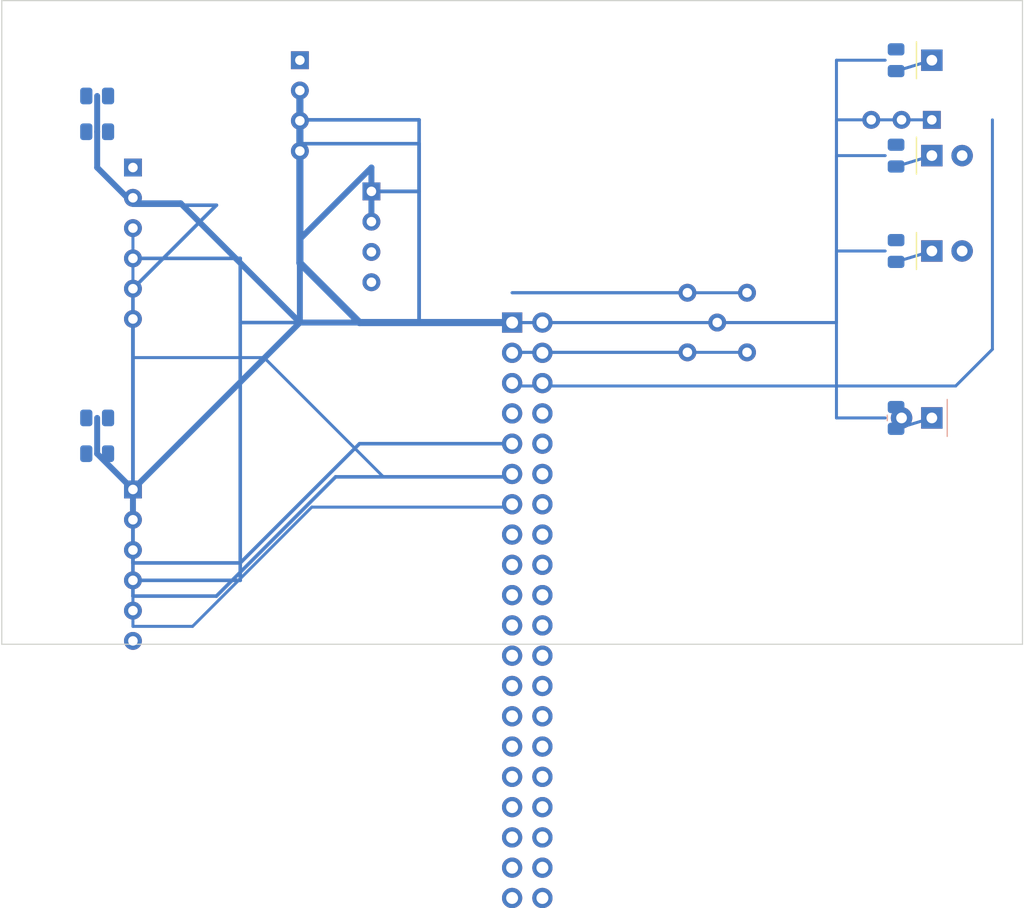
<source format=kicad_pcb>
(kicad_pcb (version 20221018) (generator pcbnew)
  (title_block (title "PwnZero - Complete PCB") (date "2026-01-18") (rev "1.0"))
  (net 0 "")
  (net 1 "GND")
  (net 2 "+3V3")
  (net 3 "+5V")
  (net 4 "I2C_SDA")
  (net 5 "I2C_SCL")
  (net 6 "SPI_MOSI")
  (net 7 "SPI_MISO")
  (net 8 "SPI_SCLK")
  (net 9 "CC1101_TX_CS")
  (net 10 "CC1101_RX_CS")
  (net 11 "GPIO17_IR_TX")
  (net 12 "GPIO27_IR_RX")
  (net 13 "GPIO12_LED_RED")
  (net 14 "GPIO16_LED_YELLOW")
  (net 15 "GPIO20_LED_GREEN")
  (net 16 "GPIO5_JOY_UP")
  (net 17 "GPIO6_JOY_DOWN")
  (net 18 "GPIO13_JOY_LEFT")
  (net 19 "GPIO19_JOY_RIGHT")
  (net 20 "GPIO26_JOY_CENTER")
  (net 21 "LED_IR_ANODE")
  (net 22 "LED_RED_ANODE")
  (net 23 "LED_YELLOW_ANODE")
  (net 24 "LED_GREEN_ANODE")
  (gr_line (start 0 0) (end 85.6 0) (stroke (width 0.1)) (layer "Edge.Cuts"))
  (gr_line (start 85.6 0) (end 85.6 53.98) (stroke (width 0.1)) (layer "Edge.Cuts"))
  (gr_line (start 85.6 53.98) (end 0 53.98) (stroke (width 0.1)) (layer "Edge.Cuts"))
  (gr_line (start 0 53.98) (end 0 0) (stroke (width 0.1)) (layer "Edge.Cuts"))
  (footprint "MountingHole:MountingHole_2.7mm_M2.5" (layer "F.Cu") (at 5 5)
    (fp_text reference "H1" hide)
    (fp_text value "MountingHole")
    (pad "" np_thru_hole circle (at 0 0) (size 2.7 2.7) (drill 2.7) (layers "*.Cu" "*.Mask"))
  )
  (footprint "MountingHole:MountingHole_2.7mm_M2.5" (layer "F.Cu") (at 80.6 5)
    (fp_text reference "H2" hide)
    (fp_text value "MountingHole")
    (pad "" np_thru_hole circle (at 0 0) (size 2.7 2.7) (drill 2.7) (layers "*.Cu" "*.Mask"))
  )
  (footprint "MountingHole:MountingHole_2.7mm_M2.5" (layer "F.Cu") (at 5 48.98)
    (fp_text reference "H3" hide)
    (fp_text value "MountingHole")
    (pad "" np_thru_hole circle (at 0 0) (size 2.7 2.7) (drill 2.7) (layers "*.Cu" "*.Mask"))
  )
  (footprint "MountingHole:MountingHole_2.7mm_M2.5" (layer "F.Cu") (at 80.6 48.98)
    (fp_text reference "H4" hide)
    (fp_text value "MountingHole")
    (pad "" np_thru_hole circle (at 0 0) (size 2.7 2.7) (drill 2.7) (layers "*.Cu" "*.Mask"))
  )
  (footprint "Resistor_SMD:R_0805_2012Metric" (layer "B.Cu") (at 75 35 90)
    (property "Reference" "R1" (at 0 -1.65 90) (layer "B.SilkS") (effects (justify mirror)))
    (property "Value" "330")
    (fp_line (start -0.227064 0.735) (end 0.227064 0.735) (stroke (width 0.12)) (layer "B.SilkS"))
    (fp_line (start -0.227064 -0.735) (end 0.227064 -0.735) (stroke (width 0.12)) (layer "B.SilkS"))
    (pad "1" smd roundrect (at -0.9125 0 90) (size 1.025 1.4) (layers "B.Cu" "B.Paste" "B.Mask") (roundrect_rratio 0.243902) (net 11 "GPIO17_IR_TX"))
    (pad "2" smd roundrect (at 0.9125 0 90) (size 1.025 1.4) (layers "B.Cu" "B.Paste" "B.Mask") (roundrect_rratio 0.243902) (net 21 "LED_IR_ANODE"))
  )
  (footprint "Resistor_SMD:R_0805_2012Metric" (layer "B.Cu") (at 75 5 90)
    (property "Reference" "R2" (at 0 -1.65 90) (layer "B.SilkS") (effects (justify mirror)))
    (property "Value" "330")
    (pad "1" smd roundrect (at -0.9125 0 90) (size 1.025 1.4) (layers "B.Cu" "B.Paste" "B.Mask") (roundrect_rratio 0.243902) (net 13 "GPIO12_LED_RED"))
    (pad "2" smd roundrect (at 0.9125 0 90) (size 1.025 1.4) (layers "B.Cu" "B.Paste" "B.Mask") (roundrect_rratio 0.243902) (net 22 "LED_RED_ANODE"))
  )
  (footprint "Resistor_SMD:R_0805_2012Metric" (layer "B.Cu") (at 75 13 90)
    (property "Reference" "R3" (at 0 -1.65 90) (layer "B.SilkS") (effects (justify mirror)))
    (property "Value" "330")
    (pad "1" smd roundrect (at -0.9125 0 90) (size 1.025 1.4) (layers "B.Cu" "B.Paste" "B.Mask") (roundrect_rratio 0.243902) (net 14 "GPIO16_LED_YELLOW"))
    (pad "2" smd roundrect (at 0.9125 0 90) (size 1.025 1.4) (layers "B.Cu" "B.Paste" "B.Mask") (roundrect_rratio 0.243902) (net 23 "LED_YELLOW_ANODE"))
  )
  (footprint "Resistor_SMD:R_0805_2012Metric" (layer "B.Cu") (at 75 21 90)
    (property "Reference" "R4" (at 0 -1.65 90) (layer "B.SilkS") (effects (justify mirror)))
    (property "Value" "330")
    (pad "1" smd roundrect (at -0.9125 0 90) (size 1.025 1.4) (layers "B.Cu" "B.Paste" "B.Mask") (roundrect_rratio 0.243902) (net 15 "GPIO20_LED_GREEN"))
    (pad "2" smd roundrect (at 0.9125 0 90) (size 1.025 1.4) (layers "B.Cu" "B.Paste" "B.Mask") (roundrect_rratio 0.243902) (net 24 "LED_GREEN_ANODE"))
  )
  (footprint "Capacitor_SMD:C_0805_2012Metric" (layer "B.Cu") (at 8 11)
    (property "Reference" "C1" (at 0 -1.68) (layer "B.SilkS") (effects (justify mirror)))
    (property "Value" "10uF")
    (pad "1" smd roundrect (at -0.9125 0) (size 1.025 1.4) (layers "B.Cu" "B.Paste" "B.Mask") (roundrect_rratio 0.243902) (net 2 "+3V3"))
    (pad "2" smd roundrect (at 0.9125 0) (size 1.025 1.4) (layers "B.Cu" "B.Paste" "B.Mask") (roundrect_rratio 0.243902) (net 1 "GND"))
  )
  (footprint "Capacitor_SMD:C_0805_2012Metric" (layer "B.Cu") (at 8 8)
    (property "Reference" "C2" (at 0 -1.68) (layer "B.SilkS") (effects (justify mirror)))
    (property "Value" "100nF")
    (pad "1" smd roundrect (at -0.9125 0) (size 1.025 1.4) (layers "B.Cu" "B.Paste" "B.Mask") (roundrect_rratio 0.243902) (net 2 "+3V3"))
    (pad "2" smd roundrect (at 0.9125 0) (size 1.025 1.4) (layers "B.Cu" "B.Paste" "B.Mask") (roundrect_rratio 0.243902) (net 1 "GND"))
  )
  (footprint "Capacitor_SMD:C_0805_2012Metric" (layer "B.Cu") (at 8 38)
    (property "Reference" "C3" (at 0 -1.68) (layer "B.SilkS") (effects (justify mirror)))
    (property "Value" "10uF")
    (pad "1" smd roundrect (at -0.9125 0) (size 1.025 1.4) (layers "B.Cu" "B.Paste" "B.Mask") (roundrect_rratio 0.243902) (net 2 "+3V3"))
    (pad "2" smd roundrect (at 0.9125 0) (size 1.025 1.4) (layers "B.Cu" "B.Paste" "B.Mask") (roundrect_rratio 0.243902) (net 1 "GND"))
  )
  (footprint "Capacitor_SMD:C_0805_2012Metric" (layer "B.Cu") (at 8 35)
    (property "Reference" "C4" (at 0 -1.68) (layer "B.SilkS") (effects (justify mirror)))
    (property "Value" "100nF")
    (pad "1" smd roundrect (at -0.9125 0) (size 1.025 1.4) (layers "B.Cu" "B.Paste" "B.Mask") (roundrect_rratio 0.243902) (net 2 "+3V3"))
    (pad "2" smd roundrect (at 0.9125 0) (size 1.025 1.4) (layers "B.Cu" "B.Paste" "B.Mask") (roundrect_rratio 0.243902) (net 1 "GND"))
  )
  (footprint "Connector_PinHeader_2.54mm:PinHeader_2x20_P2.54mm_Vertical" (layer "B.Cu") (at 42.8 27)
    (property "Reference" "J1" (at 0 2.5) (layer "B.SilkS") (effects (justify mirror)))
    (property "Value" "RPi_GPIO")
    (pad "1" thru_hole rect (at 0 0) (size 1.7 1.7) (drill 1) (layers "*.Cu" "*.Mask") (net 2 "+3V3"))
    (pad "2" thru_hole oval (at 2.54 0) (size 1.7 1.7) (drill 1) (layers "*.Cu" "*.Mask") (net 3 "+5V"))
    (pad "3" thru_hole oval (at 0 2.54) (size 1.7 1.7) (drill 1) (layers "*.Cu" "*.Mask") (net 4 "I2C_SDA"))
    (pad "4" thru_hole oval (at 2.54 2.54) (size 1.7 1.7) (drill 1) (layers "*.Cu" "*.Mask") (net 3 "+5V"))
    (pad "5" thru_hole oval (at 0 5.08) (size 1.7 1.7) (drill 1) (layers "*.Cu" "*.Mask") (net 5 "I2C_SCL"))
    (pad "6" thru_hole oval (at 2.54 5.08) (size 1.7 1.7) (drill 1) (layers "*.Cu" "*.Mask") (net 1 "GND"))
    (pad "7" thru_hole oval (at 0 7.62) (size 1.7 1.7) (drill 1) (layers "*.Cu" "*.Mask") (net 10 "CC1101_RX_CS"))
    (pad "8" thru_hole oval (at 2.54 7.62) (size 1.7 1.7) (drill 1) (layers "*.Cu" "*.Mask") (net 9 "CC1101_TX_CS"))
    (pad "9" thru_hole oval (at 0 10.16) (size 1.7 1.7) (drill 1) (layers "*.Cu" "*.Mask") (net 7 "SPI_MISO"))
    (pad "10" thru_hole oval (at 2.54 10.16) (size 1.7 1.7) (drill 1) (layers "*.Cu" "*.Mask") (net 6 "SPI_MOSI"))
    (pad "11" thru_hole oval (at 0 12.7) (size 1.7 1.7) (drill 1) (layers "*.Cu" "*.Mask") (net 11 "GPIO17_IR_TX"))
    (pad "12" thru_hole oval (at 2.54 12.7) (size 1.7 1.7) (drill 1) (layers "*.Cu" "*.Mask") (net 1 "GND"))
    (pad "13" thru_hole oval (at 0 15.24) (size 1.7 1.7) (drill 1) (layers "*.Cu" "*.Mask") (net 12 "GPIO27_IR_RX"))
    (pad "14" thru_hole oval (at 2.54 15.24) (size 1.7 1.7) (drill 1) (layers "*.Cu" "*.Mask") (net 1 "GND"))
    (pad "15" thru_hole oval (at 0 17.78) (size 1.7 1.7) (drill 1) (layers "*.Cu" "*.Mask") (net 1 "GND"))
    (pad "16" thru_hole oval (at 2.54 17.78) (size 1.7 1.7) (drill 1) (layers "*.Cu" "*.Mask") (net 1 "GND"))
    (pad "17" thru_hole oval (at 0 20.32) (size 1.7 1.7) (drill 1) (layers "*.Cu" "*.Mask") (net 2 "+3V3"))
    (pad "18" thru_hole oval (at 2.54 20.32) (size 1.7 1.7) (drill 1) (layers "*.Cu" "*.Mask") (net 1 "GND"))
    (pad "19" thru_hole oval (at 0 22.86) (size 1.7 1.7) (drill 1) (layers "*.Cu" "*.Mask") (net 6 "SPI_MOSI"))
    (pad "20" thru_hole oval (at 2.54 22.86) (size 1.7 1.7) (drill 1) (layers "*.Cu" "*.Mask") (net 1 "GND"))
    (pad "21" thru_hole oval (at 0 25.4) (size 1.7 1.7) (drill 1) (layers "*.Cu" "*.Mask") (net 7 "SPI_MISO"))
    (pad "22" thru_hole oval (at 2.54 25.4) (size 1.7 1.7) (drill 1) (layers "*.Cu" "*.Mask") (net 1 "GND"))
    (pad "23" thru_hole oval (at 0 27.94) (size 1.7 1.7) (drill 1) (layers "*.Cu" "*.Mask") (net 8 "SPI_SCLK"))
    (pad "24" thru_hole oval (at 2.54 27.94) (size 1.7 1.7) (drill 1) (layers "*.Cu" "*.Mask") (net 9 "CC1101_TX_CS"))
    (pad "25" thru_hole oval (at 0 30.48) (size 1.7 1.7) (drill 1) (layers "*.Cu" "*.Mask") (net 1 "GND"))
    (pad "26" thru_hole oval (at 2.54 30.48) (size 1.7 1.7) (drill 1) (layers "*.Cu" "*.Mask") (net 10 "CC1101_RX_CS"))
    (pad "27" thru_hole oval (at 0 33.02) (size 1.7 1.7) (drill 1) (layers "*.Cu" "*.Mask") (net 1 "GND"))
    (pad "28" thru_hole oval (at 2.54 33.02) (size 1.7 1.7) (drill 1) (layers "*.Cu" "*.Mask") (net 1 "GND"))
    (pad "29" thru_hole oval (at 0 35.56) (size 1.7 1.7) (drill 1) (layers "*.Cu" "*.Mask") (net 16 "GPIO5_JOY_UP"))
    (pad "30" thru_hole oval (at 2.54 35.56) (size 1.7 1.7) (drill 1) (layers "*.Cu" "*.Mask") (net 1 "GND"))
    (pad "31" thru_hole oval (at 0 38.1) (size 1.7 1.7) (drill 1) (layers "*.Cu" "*.Mask") (net 17 "GPIO6_JOY_DOWN"))
    (pad "32" thru_hole oval (at 2.54 38.1) (size 1.7 1.7) (drill 1) (layers "*.Cu" "*.Mask") (net 13 "GPIO12_LED_RED"))
    (pad "33" thru_hole oval (at 0 40.64) (size 1.7 1.7) (drill 1) (layers "*.Cu" "*.Mask") (net 18 "GPIO13_JOY_LEFT"))
    (pad "34" thru_hole oval (at 2.54 40.64) (size 1.7 1.7) (drill 1) (layers "*.Cu" "*.Mask") (net 1 "GND"))
    (pad "35" thru_hole oval (at 0 43.18) (size 1.7 1.7) (drill 1) (layers "*.Cu" "*.Mask") (net 19 "GPIO19_JOY_RIGHT"))
    (pad "36" thru_hole oval (at 2.54 43.18) (size 1.7 1.7) (drill 1) (layers "*.Cu" "*.Mask") (net 14 "GPIO16_LED_YELLOW"))
    (pad "37" thru_hole oval (at 0 45.72) (size 1.7 1.7) (drill 1) (layers "*.Cu" "*.Mask") (net 20 "GPIO26_JOY_CENTER"))
    (pad "38" thru_hole oval (at 2.54 45.72) (size 1.7 1.7) (drill 1) (layers "*.Cu" "*.Mask") (net 15 "GPIO20_LED_GREEN"))
    (pad "39" thru_hole oval (at 0 48.26) (size 1.7 1.7) (drill 1) (layers "*.Cu" "*.Mask") (net 1 "GND"))
    (pad "40" thru_hole oval (at 2.54 48.26) (size 1.7 1.7) (drill 1) (layers "*.Cu" "*.Mask") (net 1 "GND"))
  )
  (footprint "RF_Module:CC1101_Module" (layer "B.Cu") (at 11 14)
    (property "Reference" "U2" (at 0 -10) (layer "B.SilkS") (effects (justify mirror)))
    (property "Value" "CC1101_TX")
    (pad "1" thru_hole rect (at 0 0) (size 1.5 1.5) (drill 0.8) (layers "*.Cu" "*.Mask") (net 1 "GND"))
    (pad "2" thru_hole circle (at 0 2.54) (size 1.5 1.5) (drill 0.8) (layers "*.Cu" "*.Mask") (net 2 "+3V3"))
    (pad "3" thru_hole circle (at 0 5.08) (size 1.5 1.5) (drill 0.8) (layers "*.Cu" "*.Mask") (net 9 "CC1101_TX_CS"))
    (pad "4" thru_hole circle (at 0 7.62) (size 1.5 1.5) (drill 0.8) (layers "*.Cu" "*.Mask") (net 6 "SPI_MOSI"))
    (pad "5" thru_hole circle (at 0 10.16) (size 1.5 1.5) (drill 0.8) (layers "*.Cu" "*.Mask") (net 8 "SPI_SCLK"))
    (pad "6" thru_hole circle (at 0 12.7) (size 1.5 1.5) (drill 0.8) (layers "*.Cu" "*.Mask") (net 7 "SPI_MISO"))
  )
  (footprint "RF_Module:CC1101_Module" (layer "B.Cu") (at 11 41)
    (property "Reference" "U3" (at 0 -10) (layer "B.SilkS") (effects (justify mirror)))
    (property "Value" "CC1101_RX")
    (pad "1" thru_hole rect (at 0 0) (size 1.5 1.5) (drill 0.8) (layers "*.Cu" "*.Mask") (net 1 "GND"))
    (pad "2" thru_hole circle (at 0 2.54) (size 1.5 1.5) (drill 0.8) (layers "*.Cu" "*.Mask") (net 2 "+3V3"))
    (pad "3" thru_hole circle (at 0 5.08) (size 1.5 1.5) (drill 0.8) (layers "*.Cu" "*.Mask") (net 10 "CC1101_RX_CS"))
    (pad "4" thru_hole circle (at 0 7.62) (size 1.5 1.5) (drill 0.8) (layers "*.Cu" "*.Mask") (net 6 "SPI_MOSI"))
    (pad "5" thru_hole circle (at 0 10.16) (size 1.5 1.5) (drill 0.8) (layers "*.Cu" "*.Mask") (net 8 "SPI_SCLK"))
    (pad "6" thru_hole circle (at 0 12.7) (size 1.5 1.5) (drill 0.8) (layers "*.Cu" "*.Mask") (net 7 "SPI_MISO"))
  )
  (footprint "RF_Module:PN532_Module" (layer "B.Cu") (at 25 5)
    (property "Reference" "U4" (at 0 -8) (layer "B.SilkS") (effects (justify mirror)))
    (property "Value" "PN532")
    (pad "1" thru_hole rect (at 0 0) (size 1.5 1.5) (drill 0.8) (layers "*.Cu" "*.Mask") (net 1 "GND"))
    (pad "2" thru_hole circle (at 0 2.54) (size 1.5 1.5) (drill 0.8) (layers "*.Cu" "*.Mask") (net 3 "+5V"))
    (pad "3" thru_hole circle (at 0 5.08) (size 1.5 1.5) (drill 0.8) (layers "*.Cu" "*.Mask") (net 4 "I2C_SDA"))
    (pad "4" thru_hole circle (at 0 7.62) (size 1.5 1.5) (drill 0.8) (layers "*.Cu" "*.Mask") (net 5 "I2C_SCL"))
  )
  (footprint "Display:OLED_128x64_I2C" (layer "F.Cu") (at 31 16)
    (property "Reference" "U5" (at 0 -18) (layer "F.SilkS"))
    (property "Value" "SH1106")
    (pad "1" thru_hole rect (at 0 0) (size 1.5 1.5) (drill 0.8) (layers "*.Cu" "*.Mask") (net 1 "GND"))
    (pad "2" thru_hole circle (at 0 2.54) (size 1.5 1.5) (drill 0.8) (layers "*.Cu" "*.Mask") (net 2 "+3V3"))
    (pad "3" thru_hole circle (at 0 5.08) (size 1.5 1.5) (drill 0.8) (layers "*.Cu" "*.Mask") (net 5 "I2C_SCL"))
    (pad "4" thru_hole circle (at 0 7.62) (size 1.5 1.5) (drill 0.8) (layers "*.Cu" "*.Mask") (net 4 "I2C_SDA"))
  )
  (segment (start 42.8 27) (end 35 27) (width 0.3) (layer "B.Cu") (net 4))
  (segment (start 35 27) (end 35 16) (width 0.3) (layer "B.Cu") (net 4))
  (segment (start 35 16) (end 31 16) (width 0.3) (layer "B.Cu") (net 4))
  (segment (start 35 10) (end 25 10) (width 0.3) (layer "B.Cu") (net 4))
  (segment (start 35 16) (end 35 10) (width 0.3) (layer "B.Cu") (net 4))
  (segment (start 42.8 27) (end 35 27) (width 0.3) (layer "B.Cu") (net 5))
  (segment (start 35 27) (end 35 16) (width 0.3) (layer "B.Cu") (net 5))
  (segment (start 35 16) (end 31 16) (width 0.3) (layer "B.Cu") (net 5))
  (segment (start 35 12) (end 25 12) (width 0.3) (layer "B.Cu") (net 5))
  (segment (start 35 16) (end 35 12) (width 0.3) (layer "B.Cu") (net 5))
  (segment (start 42.8 27) (end 20 27) (width 0.3) (layer "B.Cu") (net 6))
  (segment (start 20 27) (end 20 21.62) (width 0.3) (layer "B.Cu") (net 6))
  (segment (start 20 21.62) (end 11 21.62) (width 0.3) (layer "B.Cu") (net 6))
  (segment (start 20 27) (end 20 48.62) (width 0.3) (layer "B.Cu") (net 6))
  (segment (start 20 48.62) (end 11 48.62) (width 0.3) (layer "B.Cu") (net 6))
  (segment (start 42.8 27) (end 70 27) (width 0.25) (layer "B.Cu") (net 11))
  (segment (start 70 27) (end 70 35) (width 0.25) (layer "B.Cu") (net 11))
  (segment (start 70 35) (end 74.0875 35) (width 0.25) (layer "B.Cu") (net 11))
  (segment (start 42.8 27) (end 70 27) (width 0.25) (layer "B.Cu") (net 13))
  (segment (start 70 27) (end 70 5) (width 0.25) (layer "B.Cu") (net 13))
  (segment (start 70 5) (end 74.0875 5) (width 0.25) (layer "B.Cu") (net 13))
  (segment (start 42.8 27) (end 25 27) (width 0.5) (layer "B.Cu") (net 2))
  (segment (start 25 27) (end 15 17) (width 0.5) (layer "B.Cu") (net 2))
  (segment (start 15 17) (end 11 17) (width 0.5) (layer "B.Cu") (net 2))
  (segment (start 11 17) (end 11 16.54) (width 0.5) (layer "B.Cu") (net 2))
  (segment (start 11 17) (end 8 14) (width 0.5) (layer "B.Cu") (net 2))
  (segment (start 8 14) (end 8 11) (width 0.5) (layer "B.Cu") (net 2))
  (segment (start 8 11) (end 8 8) (width 0.5) (layer "B.Cu") (net 2))
  (segment (start 25 27) (end 15 37) (width 0.5) (layer "B.Cu") (net 2))
  (segment (start 15 37) (end 11 41) (width 0.5) (layer "B.Cu") (net 2))
  (segment (start 11 41) (end 11 43.54) (width 0.5) (layer "B.Cu") (net 2))
  (segment (start 11 41) (end 8 38) (width 0.5) (layer "B.Cu") (net 2))
  (segment (start 8 38) (end 8 35) (width 0.5) (layer "B.Cu") (net 2))
  (segment (start 25 27) (end 25 20) (width 0.5) (layer "B.Cu") (net 2))
  (segment (start 25 20) (end 31 14) (width 0.5) (layer "B.Cu") (net 2))
  (segment (start 31 14) (end 31 18.54) (width 0.5) (layer "B.Cu") (net 2))
  (segment (start 42.8 32.32) (end 80 32.32) (width 0.25) (layer "B.Cu") (net 2))
  (segment (start 80 32.32) (end 83.08 29.24) (width 0.25) (layer "B.Cu") (net 2))
  (segment (start 83.08 29.24) (end 83.08 10) (width 0.25) (layer "B.Cu") (net 2))
  (segment (start 42.8 37.16) (end 30 37.16) (width 0.3) (layer "B.Cu") (net 7))
  (segment (start 30 37.16) (end 20 47.16) (width 0.3) (layer "B.Cu") (net 7))
  (segment (start 20 47.16) (end 11 47.16) (width 0.3) (layer "B.Cu") (net 7))
  (segment (start 11 47.16) (end 11 26.7) (width 0.3) (layer "B.Cu") (net 7))
  (segment (start 42.8 39.94) (end 28 39.94) (width 0.3) (layer "B.Cu") (net 8))
  (segment (start 28 39.94) (end 18 49.94) (width 0.3) (layer "B.Cu") (net 8))
  (segment (start 18 49.94) (end 11 49.94) (width 0.3) (layer "B.Cu") (net 8))
  (segment (start 11 49.94) (end 11 24.16) (width 0.3) (layer "B.Cu") (net 8))
  (segment (start 11 24.16) (end 18 17.16) (width 0.3) (layer "B.Cu") (net 8))
  (segment (start 18 17.16) (end 11 17.16) (width 0.3) (layer "B.Cu") (net 8))
  (segment (start 42.8 39.94) (end 32 39.94) (width 0.25) (layer "B.Cu") (net 9))
  (segment (start 32 39.94) (end 22 29.94) (width 0.25) (layer "B.Cu") (net 9))
  (segment (start 22 29.94) (end 11 29.94) (width 0.25) (layer "B.Cu") (net 9))
  (segment (start 11 29.94) (end 11 19.08) (width 0.25) (layer "B.Cu") (net 9))
  (segment (start 42.8 42.48) (end 26 42.48) (width 0.25) (layer "B.Cu") (net 10))
  (segment (start 26 42.48) (end 16 52.48) (width 0.25) (layer "B.Cu") (net 10))
  (segment (start 16 52.48) (end 11 52.48) (width 0.25) (layer "B.Cu") (net 10))
  (segment (start 11 52.48) (end 11 46.08) (width 0.25) (layer "B.Cu") (net 10))
  (segment (start 42.8 27) (end 70 27) (width 0.25) (layer "B.Cu") (net 12))
  (segment (start 70 27) (end 70 10) (width 0.25) (layer "B.Cu") (net 12))
  (segment (start 70 10) (end 78 10) (width 0.25) (layer "B.Cu") (net 12))
  (segment (start 42.8 27) (end 70 27) (width 0.25) (layer "B.Cu") (net 14))
  (segment (start 70 27) (end 70 13) (width 0.25) (layer "B.Cu") (net 14))
  (segment (start 70 13) (end 74.0875 13) (width 0.25) (layer "B.Cu") (net 14))
  (segment (start 42.8 27) (end 70 27) (width 0.25) (layer "B.Cu") (net 15))
  (segment (start 70 27) (end 70 21) (width 0.25) (layer "B.Cu") (net 15))
  (segment (start 70 21) (end 74.0875 21) (width 0.25) (layer "B.Cu") (net 15))
  (segment (start 42.8 27) (end 30 27) (width 0.6) (layer "B.Cu") (net 3))
  (segment (start 30 27) (end 25 22) (width 0.6) (layer "B.Cu") (net 3))
  (segment (start 25 22) (end 25 7.54) (width 0.6) (layer "B.Cu") (net 3))
  (segment (start 75 35.9125) (end 78 35) (width 0.25) (layer "B.Cu") (net 21))
  (segment (start 75 5.9125) (end 78 5) (width 0.25) (layer "B.Cu") (net 22))
  (via (at 78 5) (size 0.8) (drill 0.4) (layers "F.Cu" "B.Cu") (net 22))
  (segment (start 75 13.9125) (end 78 13) (width 0.25) (layer "B.Cu") (net 23))
  (via (at 78 13) (size 0.8) (drill 0.4) (layers "F.Cu" "B.Cu") (net 23))
  (segment (start 75 21.9125) (end 78 21) (width 0.25) (layer "B.Cu") (net 24))
  (via (at 78 21) (size 0.8) (drill 0.4) (layers "F.Cu" "B.Cu") (net 24))
  (segment (start 42.8 24.5) (end 57.5 24.5) (width 0.25) (layer "B.Cu") (net 16))
  (via (at 57.5 24.5) (size 0.8) (drill 0.4) (layers "F.Cu" "B.Cu") (net 16))
  (segment (start 42.8 29.5) (end 57.5 29.5) (width 0.25) (layer "B.Cu") (net 17))
  (via (at 57.5 29.5) (size 0.8) (drill 0.4) (layers "F.Cu" "B.Cu") (net 17))
  (segment (start 42.8 24.5) (end 62.5 24.5) (width 0.25) (layer "B.Cu") (net 18))
  (via (at 62.5 24.5) (size 0.8) (drill 0.4) (layers "F.Cu" "B.Cu") (net 18))
  (segment (start 42.8 29.5) (end 62.5 29.5) (width 0.25) (layer "B.Cu") (net 19))
  (via (at 62.5 29.5) (size 0.8) (drill 0.4) (layers "F.Cu" "B.Cu") (net 19))
  (segment (start 42.8 27) (end 60 27) (width 0.25) (layer "B.Cu") (net 20))
  (via (at 60 27) (size 0.8) (drill 0.4) (layers "F.Cu" "B.Cu") (net 20))
  (footprint "LED_THT:LED_D5.0mm" (layer "B.Cu") (at 78 35 180)
    (property "Reference" "D1" (at 0 -3.5 180) (layer "B.SilkS") (effects (justify mirror)))
    (property "Value" "IR_LED_940nm")
    (fp_line (start -1.29 -1.545) (end -1.29 1.545) (stroke (width 0.12)) (layer "B.SilkS"))
    (pad "1" thru_hole rect (at 0 0 180) (size 1.8 1.8) (drill 0.9) (layers "*.Cu" "*.Mask") (net 21 "LED_IR_ANODE"))
    (pad "2" thru_hole circle (at 2.54 0 180) (size 1.8 1.8) (drill 0.9) (layers "*.Cu" "*.Mask") (net 1 "GND"))
  )
  (footprint "LED_THT:LED_D5.0mm" (layer "F.Cu") (at 78 5)
    (property "Reference" "D2" (at 0 -3.5) (layer "F.SilkS"))
    (property "Value" "LED_Red")
    (fp_line (start -1.29 -1.545) (end -1.29 1.545) (stroke (width 0.12)) (layer "F.SilkS"))
    (pad "1" thru_hole rect (at 0 0) (size 1.8 1.8) (drill 0.9) (layers "*.Cu" "*.Mask") (net 22 "LED_RED_ANODE"))
    (pad "2" thru_hole circle (at 2.54 0) (size 1.8 1.8) (drill 0.9) (layers "*.Cu" "*.Mask") (net 1 "GND"))
  )
  (footprint "LED_THT:LED_D5.0mm" (layer "F.Cu") (at 78 13)
    (property "Reference" "D3" (at 0 -3.5) (layer "F.SilkS"))
    (property "Value" "LED_Yellow")
    (fp_line (start -1.29 -1.545) (end -1.29 1.545) (stroke (width 0.12)) (layer "F.SilkS"))
    (pad "1" thru_hole rect (at 0 0) (size 1.8 1.8) (drill 0.9) (layers "*.Cu" "*.Mask") (net 23 "LED_YELLOW_ANODE"))
    (pad "2" thru_hole circle (at 2.54 0) (size 1.8 1.8) (drill 0.9) (layers "*.Cu" "*.Mask") (net 1 "GND"))
  )
  (footprint "LED_THT:LED_D5.0mm" (layer "F.Cu") (at 78 21)
    (property "Reference" "D4" (at 0 -3.5) (layer "F.SilkS"))
    (property "Value" "LED_Green")
    (fp_line (start -1.29 -1.545) (end -1.29 1.545) (stroke (width 0.12)) (layer "F.SilkS"))
    (pad "1" thru_hole rect (at 0 0) (size 1.8 1.8) (drill 0.9) (layers "*.Cu" "*.Mask") (net 24 "LED_GREEN_ANODE"))
    (pad "2" thru_hole circle (at 2.54 0) (size 1.8 1.8) (drill 0.9) (layers "*.Cu" "*.Mask") (net 1 "GND"))
  )
  (footprint "OptoDevice:Vishay_MINICAST-3Pin" (layer "B.Cu") (at 78 10 180)
    (property "Reference" "U6" (at 0 -3.5 180) (layer "B.SilkS") (effects (justify mirror)))
    (property "Value" "VS1838B")
    (pad "1" thru_hole rect (at 0 0 180) (size 1.5 1.5) (drill 0.8) (layers "*.Cu" "*.Mask") (net 12 "GPIO27_IR_RX"))
    (pad "2" thru_hole circle (at 2.54 0 180) (size 1.5 1.5) (drill 0.8) (layers "*.Cu" "*.Mask") (net 1 "GND"))
    (pad "3" thru_hole circle (at 5.08 0 180) (size 1.5 1.5) (drill 0.8) (layers "*.Cu" "*.Mask") (net 2 "+3V3"))
  )
  (footprint "Button_Switch_THT:SW_Tactile_SPST_Angled_PTS645Vx58-2LFS" (layer "F.Cu") (at 60 27)
    (property "Reference" "SW1" (at 0 -6) (layer "F.SilkS"))
    (property "Value" "Joystick_5Way")
    (pad "1" thru_hole circle (at -2.5 -2.5) (size 1.5 1.5) (drill 0.8) (layers "*.Cu" "*.Mask") (net 16 "GPIO5_JOY_UP"))
    (pad "2" thru_hole circle (at 2.5 -2.5) (size 1.5 1.5) (drill 0.8) (layers "*.Cu" "*.Mask") (net 18 "GPIO13_JOY_LEFT"))
    (pad "3" thru_hole circle (at -2.5 2.5) (size 1.5 1.5) (drill 0.8) (layers "*.Cu" "*.Mask") (net 17 "GPIO6_JOY_DOWN"))
    (pad "4" thru_hole circle (at 2.5 2.5) (size 1.5 1.5) (drill 0.8) (layers "*.Cu" "*.Mask") (net 19 "GPIO19_JOY_RIGHT"))
    (pad "5" thru_hole circle (at 0 0) (size 1.5 1.5) (drill 0.8) (layers "*.Cu" "*.Mask") (net 20 "GPIO26_JOY_CENTER"))
  )
)
</source>
